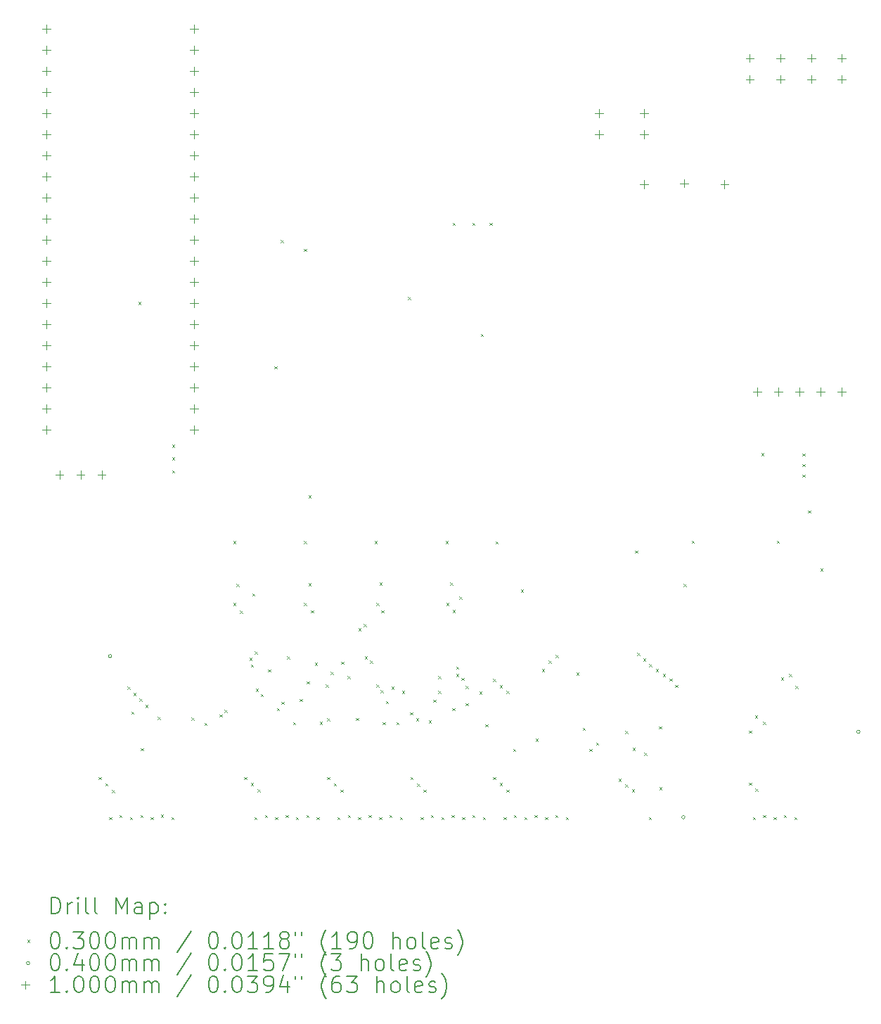
<source format=gbr>
%FSLAX45Y45*%
G04 Gerber Fmt 4.5, Leading zero omitted, Abs format (unit mm)*
G04 Created by KiCad (PCBNEW (6.0.6)) date 2022-08-18 11:59:36*
%MOMM*%
%LPD*%
G01*
G04 APERTURE LIST*
%ADD10C,0.200000*%
%ADD11C,0.030000*%
%ADD12C,0.040000*%
%ADD13C,0.100000*%
G04 APERTURE END LIST*
D10*
D11*
X9450000Y-12053000D02*
X9480000Y-12083000D01*
X9480000Y-12053000D02*
X9450000Y-12083000D01*
X9530000Y-12131000D02*
X9560000Y-12161000D01*
X9560000Y-12131000D02*
X9530000Y-12161000D01*
X9578000Y-12536000D02*
X9608000Y-12566000D01*
X9608000Y-12536000D02*
X9578000Y-12566000D01*
X9610000Y-12210000D02*
X9640000Y-12240000D01*
X9640000Y-12210000D02*
X9610000Y-12240000D01*
X9702000Y-12510000D02*
X9732000Y-12540000D01*
X9732000Y-12510000D02*
X9702000Y-12540000D01*
X9797679Y-10968334D02*
X9827679Y-10998334D01*
X9827679Y-10968334D02*
X9797679Y-10998334D01*
X9827000Y-12536000D02*
X9857000Y-12566000D01*
X9857000Y-12536000D02*
X9827000Y-12566000D01*
X9846431Y-11265569D02*
X9876431Y-11295569D01*
X9876431Y-11265569D02*
X9846431Y-11295569D01*
X9868922Y-11040784D02*
X9898922Y-11070784D01*
X9898922Y-11040784D02*
X9868922Y-11070784D01*
X9931000Y-6333000D02*
X9961000Y-6363000D01*
X9961000Y-6333000D02*
X9931000Y-6363000D01*
X9940344Y-11112206D02*
X9970344Y-11142206D01*
X9970344Y-11112206D02*
X9940344Y-11142206D01*
X9954000Y-12510000D02*
X9984000Y-12540000D01*
X9984000Y-12510000D02*
X9954000Y-12540000D01*
X9959000Y-11708000D02*
X9989000Y-11738000D01*
X9989000Y-11708000D02*
X9959000Y-11738000D01*
X10013069Y-11184931D02*
X10043069Y-11214931D01*
X10043069Y-11184931D02*
X10013069Y-11214931D01*
X10077000Y-12536000D02*
X10107000Y-12566000D01*
X10107000Y-12536000D02*
X10077000Y-12566000D01*
X10160569Y-11332431D02*
X10190569Y-11362431D01*
X10190569Y-11332431D02*
X10160569Y-11362431D01*
X10202000Y-12509000D02*
X10232000Y-12539000D01*
X10232000Y-12509000D02*
X10202000Y-12539000D01*
X10327000Y-12536000D02*
X10357000Y-12566000D01*
X10357000Y-12536000D02*
X10327000Y-12566000D01*
X10336600Y-8052087D02*
X10366600Y-8082087D01*
X10366600Y-8052087D02*
X10336600Y-8082087D01*
X10336600Y-8207000D02*
X10366600Y-8237000D01*
X10366600Y-8207000D02*
X10336600Y-8237000D01*
X10336600Y-8362000D02*
X10366600Y-8392000D01*
X10366600Y-8362000D02*
X10336600Y-8392000D01*
X10570000Y-11341000D02*
X10600000Y-11371000D01*
X10600000Y-11341000D02*
X10570000Y-11371000D01*
X10727000Y-11402450D02*
X10757000Y-11432450D01*
X10757000Y-11402450D02*
X10727000Y-11432450D01*
X10906760Y-11299398D02*
X10936760Y-11329398D01*
X10936760Y-11299398D02*
X10906760Y-11329398D01*
X10968000Y-11248000D02*
X10998000Y-11278000D01*
X10998000Y-11248000D02*
X10968000Y-11278000D01*
X11073000Y-9215000D02*
X11103000Y-9245000D01*
X11103000Y-9215000D02*
X11073000Y-9245000D01*
X11073000Y-9959000D02*
X11103000Y-9989000D01*
X11103000Y-9959000D02*
X11073000Y-9989000D01*
X11111270Y-9730270D02*
X11141270Y-9760270D01*
X11141270Y-9730270D02*
X11111270Y-9760270D01*
X11152000Y-10050000D02*
X11182000Y-10080000D01*
X11182000Y-10050000D02*
X11152000Y-10080000D01*
X11203000Y-12055000D02*
X11233000Y-12085000D01*
X11233000Y-12055000D02*
X11203000Y-12085000D01*
X11269000Y-10618000D02*
X11299000Y-10648000D01*
X11299000Y-10618000D02*
X11269000Y-10648000D01*
X11283000Y-10699000D02*
X11313000Y-10729000D01*
X11313000Y-10699000D02*
X11283000Y-10729000D01*
X11283000Y-12128000D02*
X11313000Y-12158000D01*
X11313000Y-12128000D02*
X11283000Y-12158000D01*
X11301000Y-9844000D02*
X11331000Y-9874000D01*
X11331000Y-9844000D02*
X11301000Y-9874000D01*
X11327459Y-12536932D02*
X11357459Y-12566932D01*
X11357459Y-12536932D02*
X11327459Y-12566932D01*
X11333000Y-10544000D02*
X11363000Y-10574000D01*
X11363000Y-10544000D02*
X11333000Y-10574000D01*
X11342950Y-10992091D02*
X11372950Y-11022091D01*
X11372950Y-10992091D02*
X11342950Y-11022091D01*
X11363000Y-12201000D02*
X11393000Y-12231000D01*
X11393000Y-12201000D02*
X11363000Y-12231000D01*
X11403000Y-11054000D02*
X11433000Y-11084000D01*
X11433000Y-11054000D02*
X11403000Y-11084000D01*
X11452000Y-12510000D02*
X11482000Y-12540000D01*
X11482000Y-12510000D02*
X11452000Y-12540000D01*
X11491231Y-10758950D02*
X11521231Y-10788950D01*
X11521231Y-10758950D02*
X11491231Y-10788950D01*
X11568000Y-7110000D02*
X11598000Y-7140000D01*
X11598000Y-7110000D02*
X11568000Y-7140000D01*
X11577522Y-12536740D02*
X11607522Y-12566740D01*
X11607522Y-12536740D02*
X11577522Y-12566740D01*
X11596259Y-11224050D02*
X11626259Y-11254050D01*
X11626259Y-11224050D02*
X11596259Y-11254050D01*
X11644000Y-5592000D02*
X11674000Y-5622000D01*
X11674000Y-5592000D02*
X11644000Y-5622000D01*
X11652550Y-11149000D02*
X11682550Y-11179000D01*
X11682550Y-11149000D02*
X11652550Y-11179000D01*
X11702000Y-12510000D02*
X11732000Y-12540000D01*
X11732000Y-12510000D02*
X11702000Y-12540000D01*
X11722244Y-10602055D02*
X11752244Y-10632055D01*
X11752244Y-10602055D02*
X11722244Y-10632055D01*
X11793000Y-11393000D02*
X11823000Y-11423000D01*
X11823000Y-11393000D02*
X11793000Y-11423000D01*
X11827458Y-12536740D02*
X11857458Y-12566740D01*
X11857458Y-12536740D02*
X11827458Y-12566740D01*
X11873000Y-11115950D02*
X11903000Y-11145950D01*
X11903000Y-11115950D02*
X11873000Y-11145950D01*
X11922000Y-5697000D02*
X11952000Y-5727000D01*
X11952000Y-5697000D02*
X11922000Y-5727000D01*
X11925000Y-9215000D02*
X11955000Y-9245000D01*
X11955000Y-9215000D02*
X11925000Y-9245000D01*
X11925000Y-9959000D02*
X11955000Y-9989000D01*
X11955000Y-9959000D02*
X11925000Y-9989000D01*
X11952000Y-12510000D02*
X11982000Y-12540000D01*
X11982000Y-12510000D02*
X11952000Y-12540000D01*
X11959000Y-10902000D02*
X11989000Y-10932000D01*
X11989000Y-10902000D02*
X11959000Y-10932000D01*
X11977000Y-8665000D02*
X12007000Y-8695000D01*
X12007000Y-8665000D02*
X11977000Y-8695000D01*
X11977000Y-9724000D02*
X12007000Y-9754000D01*
X12007000Y-9724000D02*
X11977000Y-9754000D01*
X12010000Y-10046000D02*
X12040000Y-10076000D01*
X12040000Y-10046000D02*
X12010000Y-10076000D01*
X12054000Y-10677000D02*
X12084000Y-10707000D01*
X12084000Y-10677000D02*
X12054000Y-10707000D01*
X12077394Y-12536740D02*
X12107394Y-12566740D01*
X12107394Y-12536740D02*
X12077394Y-12566740D01*
X12115000Y-11392000D02*
X12145000Y-11422000D01*
X12145000Y-11392000D02*
X12115000Y-11422000D01*
X12185000Y-10940000D02*
X12215000Y-10970000D01*
X12215000Y-10940000D02*
X12185000Y-10970000D01*
X12204000Y-11346000D02*
X12234000Y-11376000D01*
X12234000Y-11346000D02*
X12204000Y-11376000D01*
X12205000Y-12054000D02*
X12235000Y-12084000D01*
X12235000Y-12054000D02*
X12205000Y-12084000D01*
X12244117Y-10788139D02*
X12274117Y-10818139D01*
X12274117Y-10788139D02*
X12244117Y-10818139D01*
X12285000Y-12132000D02*
X12315000Y-12162000D01*
X12315000Y-12132000D02*
X12285000Y-12162000D01*
X12327457Y-12536932D02*
X12357457Y-12566932D01*
X12357457Y-12536932D02*
X12327457Y-12566932D01*
X12365000Y-12205000D02*
X12395000Y-12235000D01*
X12395000Y-12205000D02*
X12365000Y-12235000D01*
X12374000Y-10667000D02*
X12404000Y-10697000D01*
X12404000Y-10667000D02*
X12374000Y-10697000D01*
X12446498Y-10839950D02*
X12476498Y-10869950D01*
X12476498Y-10839950D02*
X12446498Y-10869950D01*
X12453000Y-12510000D02*
X12483000Y-12540000D01*
X12483000Y-12510000D02*
X12453000Y-12540000D01*
X12549000Y-11344000D02*
X12579000Y-11374000D01*
X12579000Y-11344000D02*
X12549000Y-11374000D01*
X12577520Y-12536740D02*
X12607520Y-12566740D01*
X12607520Y-12536740D02*
X12577520Y-12566740D01*
X12580762Y-10265761D02*
X12610762Y-10295761D01*
X12610762Y-10265761D02*
X12580762Y-10295761D01*
X12642000Y-10211000D02*
X12672000Y-10241000D01*
X12672000Y-10211000D02*
X12642000Y-10241000D01*
X12656582Y-10600638D02*
X12686582Y-10630638D01*
X12686582Y-10600638D02*
X12656582Y-10630638D01*
X12702000Y-12510000D02*
X12732000Y-12540000D01*
X12732000Y-12510000D02*
X12702000Y-12540000D01*
X12717000Y-10653000D02*
X12747000Y-10683000D01*
X12747000Y-10653000D02*
X12717000Y-10683000D01*
X12776000Y-9215000D02*
X12806000Y-9245000D01*
X12806000Y-9215000D02*
X12776000Y-9245000D01*
X12794000Y-10942000D02*
X12824000Y-10972000D01*
X12824000Y-10942000D02*
X12794000Y-10972000D01*
X12795783Y-9960190D02*
X12825783Y-9990190D01*
X12825783Y-9960190D02*
X12795783Y-9990190D01*
X12827456Y-12536740D02*
X12857456Y-12566740D01*
X12857456Y-12536740D02*
X12827456Y-12566740D01*
X12833383Y-9715083D02*
X12863383Y-9745083D01*
X12863383Y-9715083D02*
X12833383Y-9745083D01*
X12844833Y-11009050D02*
X12874833Y-11039050D01*
X12874833Y-11009050D02*
X12844833Y-11039050D01*
X12853000Y-10047000D02*
X12883000Y-10077000D01*
X12883000Y-10047000D02*
X12853000Y-10077000D01*
X12873000Y-11394000D02*
X12903000Y-11424000D01*
X12903000Y-11394000D02*
X12873000Y-11424000D01*
X12909215Y-11140150D02*
X12939215Y-11170150D01*
X12939215Y-11140150D02*
X12909215Y-11170150D01*
X12952000Y-12510000D02*
X12982000Y-12540000D01*
X12982000Y-12510000D02*
X12952000Y-12540000D01*
X12976050Y-10964993D02*
X13006050Y-10994993D01*
X13006050Y-10964993D02*
X12976050Y-10994993D01*
X13036000Y-11394000D02*
X13066000Y-11424000D01*
X13066000Y-11394000D02*
X13036000Y-11424000D01*
X13077392Y-12536740D02*
X13107392Y-12566740D01*
X13107392Y-12536740D02*
X13077392Y-12566740D01*
X13103000Y-11017000D02*
X13133000Y-11047000D01*
X13133000Y-11017000D02*
X13103000Y-11047000D01*
X13176000Y-6275000D02*
X13206000Y-6305000D01*
X13206000Y-6275000D02*
X13176000Y-6305000D01*
X13203000Y-11274100D02*
X13233000Y-11304100D01*
X13233000Y-11274100D02*
X13203000Y-11304100D01*
X13205000Y-12055000D02*
X13235000Y-12085000D01*
X13235000Y-12055000D02*
X13205000Y-12085000D01*
X13273000Y-11347000D02*
X13303000Y-11377000D01*
X13303000Y-11347000D02*
X13273000Y-11377000D01*
X13285000Y-12133000D02*
X13315000Y-12163000D01*
X13315000Y-12133000D02*
X13285000Y-12163000D01*
X13327455Y-12536932D02*
X13357455Y-12566932D01*
X13357455Y-12536932D02*
X13327455Y-12566932D01*
X13365000Y-12207000D02*
X13395000Y-12237000D01*
X13395000Y-12207000D02*
X13365000Y-12237000D01*
X13425000Y-11374000D02*
X13455000Y-11404000D01*
X13455000Y-11374000D02*
X13425000Y-11404000D01*
X13452000Y-12510000D02*
X13482000Y-12540000D01*
X13482000Y-12510000D02*
X13452000Y-12540000D01*
X13480929Y-11123573D02*
X13510929Y-11153573D01*
X13510929Y-11123573D02*
X13480929Y-11153573D01*
X13540850Y-10839950D02*
X13570850Y-10869950D01*
X13570850Y-10839950D02*
X13540850Y-10869950D01*
X13542110Y-11015950D02*
X13572110Y-11045950D01*
X13572110Y-11015950D02*
X13542110Y-11045950D01*
X13577518Y-12536740D02*
X13607518Y-12566740D01*
X13607518Y-12536740D02*
X13577518Y-12566740D01*
X13628000Y-9215000D02*
X13658000Y-9245000D01*
X13658000Y-9215000D02*
X13628000Y-9245000D01*
X13636000Y-9959000D02*
X13666000Y-9989000D01*
X13666000Y-9959000D02*
X13636000Y-9989000D01*
X13684751Y-9714789D02*
X13714751Y-9744789D01*
X13714751Y-9714789D02*
X13684751Y-9744789D01*
X13702000Y-12510000D02*
X13732000Y-12540000D01*
X13732000Y-12510000D02*
X13702000Y-12540000D01*
X13708000Y-11225000D02*
X13738000Y-11255000D01*
X13738000Y-11225000D02*
X13708000Y-11255000D01*
X13714350Y-5381050D02*
X13744350Y-5411050D01*
X13744350Y-5381050D02*
X13714350Y-5411050D01*
X13715000Y-10045000D02*
X13745000Y-10075000D01*
X13745000Y-10045000D02*
X13715000Y-10075000D01*
X13755000Y-10727000D02*
X13785000Y-10757000D01*
X13785000Y-10727000D02*
X13755000Y-10757000D01*
X13755560Y-10813677D02*
X13785560Y-10843677D01*
X13785560Y-10813677D02*
X13755560Y-10843677D01*
X13794000Y-9881000D02*
X13824000Y-9911000D01*
X13824000Y-9881000D02*
X13794000Y-9911000D01*
X13820000Y-10861000D02*
X13850000Y-10891000D01*
X13850000Y-10861000D02*
X13820000Y-10891000D01*
X13827454Y-12536740D02*
X13857454Y-12566740D01*
X13857454Y-12536740D02*
X13827454Y-12566740D01*
X13872000Y-10956000D02*
X13902000Y-10986000D01*
X13902000Y-10956000D02*
X13872000Y-10986000D01*
X13872000Y-11166000D02*
X13902000Y-11196000D01*
X13902000Y-11166000D02*
X13872000Y-11196000D01*
X13951568Y-5381050D02*
X13981568Y-5411050D01*
X13981568Y-5381050D02*
X13951568Y-5411050D01*
X13952000Y-12510000D02*
X13982000Y-12540000D01*
X13982000Y-12510000D02*
X13952000Y-12540000D01*
X14036000Y-11024000D02*
X14066000Y-11054000D01*
X14066000Y-11024000D02*
X14036000Y-11054000D01*
X14054000Y-6719000D02*
X14084000Y-6749000D01*
X14084000Y-6719000D02*
X14054000Y-6749000D01*
X14077517Y-12536932D02*
X14107517Y-12566932D01*
X14107517Y-12536932D02*
X14077517Y-12566932D01*
X14109000Y-11418050D02*
X14139000Y-11448050D01*
X14139000Y-11418050D02*
X14109000Y-11448050D01*
X14160000Y-5381000D02*
X14190000Y-5411000D01*
X14190000Y-5381000D02*
X14160000Y-5411000D01*
X14203000Y-10872000D02*
X14233000Y-10902000D01*
X14233000Y-10872000D02*
X14203000Y-10902000D01*
X14203000Y-12055000D02*
X14233000Y-12085000D01*
X14233000Y-12055000D02*
X14203000Y-12085000D01*
X14232000Y-9218000D02*
X14262000Y-9248000D01*
X14262000Y-9218000D02*
X14232000Y-9248000D01*
X14282000Y-10950000D02*
X14312000Y-10980000D01*
X14312000Y-10950000D02*
X14282000Y-10980000D01*
X14283000Y-12128000D02*
X14313000Y-12158000D01*
X14313000Y-12128000D02*
X14283000Y-12158000D01*
X14327580Y-12536740D02*
X14357580Y-12566740D01*
X14357580Y-12536740D02*
X14327580Y-12566740D01*
X14362000Y-11015000D02*
X14392000Y-11045000D01*
X14392000Y-11015000D02*
X14362000Y-11045000D01*
X14363000Y-12206000D02*
X14393000Y-12236000D01*
X14393000Y-12206000D02*
X14363000Y-12236000D01*
X14442000Y-11715000D02*
X14472000Y-11745000D01*
X14472000Y-11715000D02*
X14442000Y-11745000D01*
X14452000Y-12510000D02*
X14482000Y-12540000D01*
X14482000Y-12510000D02*
X14452000Y-12540000D01*
X14534000Y-9797000D02*
X14564000Y-9827000D01*
X14564000Y-9797000D02*
X14534000Y-9827000D01*
X14577516Y-12536740D02*
X14607516Y-12566740D01*
X14607516Y-12536740D02*
X14577516Y-12566740D01*
X14702000Y-12510000D02*
X14732000Y-12540000D01*
X14732000Y-12510000D02*
X14702000Y-12540000D01*
X14712000Y-11593800D02*
X14742000Y-11623800D01*
X14742000Y-11593800D02*
X14712000Y-11623800D01*
X14791000Y-10757000D02*
X14821000Y-10787000D01*
X14821000Y-10757000D02*
X14791000Y-10787000D01*
X14827452Y-12536740D02*
X14857452Y-12566740D01*
X14857452Y-12536740D02*
X14827452Y-12566740D01*
X14871482Y-10653550D02*
X14901482Y-10683550D01*
X14901482Y-10653550D02*
X14871482Y-10683550D01*
X14952000Y-12510000D02*
X14982000Y-12540000D01*
X14982000Y-12510000D02*
X14952000Y-12540000D01*
X14954000Y-10587550D02*
X14984000Y-10617550D01*
X14984000Y-10587550D02*
X14954000Y-10617550D01*
X15077515Y-12536932D02*
X15107515Y-12566932D01*
X15107515Y-12536932D02*
X15077515Y-12566932D01*
X15206000Y-10799000D02*
X15236000Y-10829000D01*
X15236000Y-10799000D02*
X15206000Y-10829000D01*
X15281000Y-11463000D02*
X15311000Y-11493000D01*
X15311000Y-11463000D02*
X15281000Y-11493000D01*
X15362000Y-11716000D02*
X15392000Y-11746000D01*
X15392000Y-11716000D02*
X15362000Y-11746000D01*
X15443000Y-11641000D02*
X15473000Y-11671000D01*
X15473000Y-11641000D02*
X15443000Y-11671000D01*
X15712000Y-12076000D02*
X15742000Y-12106000D01*
X15742000Y-12076000D02*
X15712000Y-12106000D01*
X15792000Y-11502000D02*
X15822000Y-11532000D01*
X15822000Y-11502000D02*
X15792000Y-11532000D01*
X15792000Y-12141000D02*
X15822000Y-12171000D01*
X15822000Y-12141000D02*
X15792000Y-12171000D01*
X15872000Y-12202000D02*
X15902000Y-12232000D01*
X15902000Y-12202000D02*
X15872000Y-12232000D01*
X15881000Y-11703000D02*
X15911000Y-11733000D01*
X15911000Y-11703000D02*
X15881000Y-11733000D01*
X15912000Y-9328000D02*
X15942000Y-9358000D01*
X15942000Y-9328000D02*
X15912000Y-9358000D01*
X15936937Y-10558951D02*
X15966937Y-10588951D01*
X15966937Y-10558951D02*
X15936937Y-10588951D01*
X16008072Y-10629165D02*
X16038072Y-10659165D01*
X16038072Y-10629165D02*
X16008072Y-10659165D01*
X16021000Y-11762950D02*
X16051000Y-11792950D01*
X16051000Y-11762950D02*
X16021000Y-11792950D01*
X16077513Y-12536932D02*
X16107513Y-12566932D01*
X16107513Y-12536932D02*
X16077513Y-12566932D01*
X16081862Y-10696582D02*
X16111862Y-10726582D01*
X16111862Y-10696582D02*
X16081862Y-10726582D01*
X16162364Y-10755824D02*
X16192364Y-10785824D01*
X16192364Y-10755824D02*
X16162364Y-10785824D01*
X16201000Y-11446000D02*
X16231000Y-11476000D01*
X16231000Y-11446000D02*
X16201000Y-11476000D01*
X16203000Y-12179000D02*
X16233000Y-12209000D01*
X16233000Y-12179000D02*
X16203000Y-12209000D01*
X16244883Y-10812221D02*
X16274883Y-10842221D01*
X16274883Y-10812221D02*
X16244883Y-10842221D01*
X16326050Y-10870547D02*
X16356050Y-10900547D01*
X16356050Y-10870547D02*
X16326050Y-10900547D01*
X16393000Y-10945000D02*
X16423000Y-10975000D01*
X16423000Y-10945000D02*
X16393000Y-10975000D01*
X16496000Y-9730000D02*
X16526000Y-9760000D01*
X16526000Y-9730000D02*
X16496000Y-9760000D01*
X16593500Y-9210000D02*
X16623500Y-9240000D01*
X16623500Y-9210000D02*
X16593500Y-9240000D01*
X17282000Y-11495000D02*
X17312000Y-11525000D01*
X17312000Y-11495000D02*
X17282000Y-11525000D01*
X17283000Y-12120450D02*
X17313000Y-12150450D01*
X17313000Y-12120450D02*
X17283000Y-12150450D01*
X17327574Y-12536740D02*
X17357574Y-12566740D01*
X17357574Y-12536740D02*
X17327574Y-12566740D01*
X17354848Y-11315572D02*
X17384848Y-11345572D01*
X17384848Y-11315572D02*
X17354848Y-11345572D01*
X17361000Y-12192900D02*
X17391000Y-12222900D01*
X17391000Y-12192900D02*
X17361000Y-12222900D01*
X17431000Y-8157000D02*
X17461000Y-8187000D01*
X17461000Y-8157000D02*
X17431000Y-8187000D01*
X17452000Y-12510000D02*
X17482000Y-12540000D01*
X17482000Y-12510000D02*
X17452000Y-12540000D01*
X17453532Y-11388022D02*
X17483532Y-11418022D01*
X17483532Y-11388022D02*
X17453532Y-11418022D01*
X17577510Y-12536740D02*
X17607510Y-12566740D01*
X17607510Y-12536740D02*
X17577510Y-12566740D01*
X17619000Y-9210000D02*
X17649000Y-9240000D01*
X17649000Y-9210000D02*
X17619000Y-9240000D01*
X17668000Y-10857000D02*
X17698000Y-10887000D01*
X17698000Y-10857000D02*
X17668000Y-10887000D01*
X17702000Y-12510000D02*
X17732000Y-12540000D01*
X17732000Y-12510000D02*
X17702000Y-12540000D01*
X17765000Y-10813000D02*
X17795000Y-10843000D01*
X17795000Y-10813000D02*
X17765000Y-10843000D01*
X17827446Y-12536740D02*
X17857446Y-12566740D01*
X17857446Y-12536740D02*
X17827446Y-12566740D01*
X17841000Y-10958000D02*
X17871000Y-10988000D01*
X17871000Y-10958000D02*
X17841000Y-10988000D01*
X17926000Y-8159000D02*
X17956000Y-8189000D01*
X17956000Y-8159000D02*
X17926000Y-8189000D01*
X17926000Y-8285000D02*
X17956000Y-8315000D01*
X17956000Y-8285000D02*
X17926000Y-8315000D01*
X17927000Y-8412000D02*
X17957000Y-8442000D01*
X17957000Y-8412000D02*
X17927000Y-8442000D01*
X17995000Y-8844000D02*
X18025000Y-8874000D01*
X18025000Y-8844000D02*
X17995000Y-8874000D01*
X18141000Y-9543000D02*
X18171000Y-9573000D01*
X18171000Y-9543000D02*
X18141000Y-9573000D01*
D12*
X9610000Y-10600000D02*
G75*
G03*
X9610000Y-10600000I-20000J0D01*
G01*
X16512436Y-12538436D02*
G75*
G03*
X16512436Y-12538436I-20000J0D01*
G01*
X18620000Y-11512000D02*
G75*
G03*
X18620000Y-11512000I-20000J0D01*
G01*
D13*
X8825000Y-2996000D02*
X8825000Y-3096000D01*
X8775000Y-3046000D02*
X8875000Y-3046000D01*
X8825000Y-3250000D02*
X8825000Y-3350000D01*
X8775000Y-3300000D02*
X8875000Y-3300000D01*
X8825000Y-3504000D02*
X8825000Y-3604000D01*
X8775000Y-3554000D02*
X8875000Y-3554000D01*
X8825000Y-3758000D02*
X8825000Y-3858000D01*
X8775000Y-3808000D02*
X8875000Y-3808000D01*
X8825000Y-4012000D02*
X8825000Y-4112000D01*
X8775000Y-4062000D02*
X8875000Y-4062000D01*
X8825000Y-4266000D02*
X8825000Y-4366000D01*
X8775000Y-4316000D02*
X8875000Y-4316000D01*
X8825000Y-4520000D02*
X8825000Y-4620000D01*
X8775000Y-4570000D02*
X8875000Y-4570000D01*
X8825000Y-4774000D02*
X8825000Y-4874000D01*
X8775000Y-4824000D02*
X8875000Y-4824000D01*
X8825000Y-5028000D02*
X8825000Y-5128000D01*
X8775000Y-5078000D02*
X8875000Y-5078000D01*
X8825000Y-5282000D02*
X8825000Y-5382000D01*
X8775000Y-5332000D02*
X8875000Y-5332000D01*
X8825000Y-5536000D02*
X8825000Y-5636000D01*
X8775000Y-5586000D02*
X8875000Y-5586000D01*
X8825000Y-5790000D02*
X8825000Y-5890000D01*
X8775000Y-5840000D02*
X8875000Y-5840000D01*
X8825000Y-6044000D02*
X8825000Y-6144000D01*
X8775000Y-6094000D02*
X8875000Y-6094000D01*
X8825000Y-6298000D02*
X8825000Y-6398000D01*
X8775000Y-6348000D02*
X8875000Y-6348000D01*
X8825000Y-6552000D02*
X8825000Y-6652000D01*
X8775000Y-6602000D02*
X8875000Y-6602000D01*
X8825000Y-6806000D02*
X8825000Y-6906000D01*
X8775000Y-6856000D02*
X8875000Y-6856000D01*
X8825000Y-7060000D02*
X8825000Y-7160000D01*
X8775000Y-7110000D02*
X8875000Y-7110000D01*
X8825000Y-7314000D02*
X8825000Y-7414000D01*
X8775000Y-7364000D02*
X8875000Y-7364000D01*
X8825000Y-7568000D02*
X8825000Y-7668000D01*
X8775000Y-7618000D02*
X8875000Y-7618000D01*
X8825000Y-7822000D02*
X8825000Y-7922000D01*
X8775000Y-7872000D02*
X8875000Y-7872000D01*
X8979500Y-8364000D02*
X8979500Y-8464000D01*
X8929500Y-8414000D02*
X9029500Y-8414000D01*
X9233500Y-8364000D02*
X9233500Y-8464000D01*
X9183500Y-8414000D02*
X9283500Y-8414000D01*
X9487500Y-8364000D02*
X9487500Y-8464000D01*
X9437500Y-8414000D02*
X9537500Y-8414000D01*
X10603000Y-2996000D02*
X10603000Y-3096000D01*
X10553000Y-3046000D02*
X10653000Y-3046000D01*
X10603000Y-3250000D02*
X10603000Y-3350000D01*
X10553000Y-3300000D02*
X10653000Y-3300000D01*
X10603000Y-3504000D02*
X10603000Y-3604000D01*
X10553000Y-3554000D02*
X10653000Y-3554000D01*
X10603000Y-3758000D02*
X10603000Y-3858000D01*
X10553000Y-3808000D02*
X10653000Y-3808000D01*
X10603000Y-4012000D02*
X10603000Y-4112000D01*
X10553000Y-4062000D02*
X10653000Y-4062000D01*
X10603000Y-4266000D02*
X10603000Y-4366000D01*
X10553000Y-4316000D02*
X10653000Y-4316000D01*
X10603000Y-4520000D02*
X10603000Y-4620000D01*
X10553000Y-4570000D02*
X10653000Y-4570000D01*
X10603000Y-4774000D02*
X10603000Y-4874000D01*
X10553000Y-4824000D02*
X10653000Y-4824000D01*
X10603000Y-5028000D02*
X10603000Y-5128000D01*
X10553000Y-5078000D02*
X10653000Y-5078000D01*
X10603000Y-5282000D02*
X10603000Y-5382000D01*
X10553000Y-5332000D02*
X10653000Y-5332000D01*
X10603000Y-5536000D02*
X10603000Y-5636000D01*
X10553000Y-5586000D02*
X10653000Y-5586000D01*
X10603000Y-5790000D02*
X10603000Y-5890000D01*
X10553000Y-5840000D02*
X10653000Y-5840000D01*
X10603000Y-6044000D02*
X10603000Y-6144000D01*
X10553000Y-6094000D02*
X10653000Y-6094000D01*
X10603000Y-6298000D02*
X10603000Y-6398000D01*
X10553000Y-6348000D02*
X10653000Y-6348000D01*
X10603000Y-6552000D02*
X10603000Y-6652000D01*
X10553000Y-6602000D02*
X10653000Y-6602000D01*
X10603000Y-6806000D02*
X10603000Y-6906000D01*
X10553000Y-6856000D02*
X10653000Y-6856000D01*
X10603000Y-7060000D02*
X10603000Y-7160000D01*
X10553000Y-7110000D02*
X10653000Y-7110000D01*
X10603000Y-7314000D02*
X10603000Y-7414000D01*
X10553000Y-7364000D02*
X10653000Y-7364000D01*
X10603000Y-7568000D02*
X10603000Y-7668000D01*
X10553000Y-7618000D02*
X10653000Y-7618000D01*
X10603000Y-7822000D02*
X10603000Y-7922000D01*
X10553000Y-7872000D02*
X10653000Y-7872000D01*
X15476000Y-4011000D02*
X15476000Y-4111000D01*
X15426000Y-4061000D02*
X15526000Y-4061000D01*
X15476000Y-4265000D02*
X15476000Y-4365000D01*
X15426000Y-4315000D02*
X15526000Y-4315000D01*
X16022000Y-4011000D02*
X16022000Y-4111000D01*
X15972000Y-4061000D02*
X16072000Y-4061000D01*
X16022000Y-4265000D02*
X16022000Y-4365000D01*
X15972000Y-4315000D02*
X16072000Y-4315000D01*
X16022000Y-4870000D02*
X16022000Y-4970000D01*
X15972000Y-4920000D02*
X16072000Y-4920000D01*
X16505000Y-4857000D02*
X16505000Y-4957000D01*
X16455000Y-4907000D02*
X16555000Y-4907000D01*
X16988000Y-4870000D02*
X16988000Y-4970000D01*
X16938000Y-4920000D02*
X17038000Y-4920000D01*
X17293000Y-3350000D02*
X17293000Y-3450000D01*
X17243000Y-3400000D02*
X17343000Y-3400000D01*
X17293000Y-3604000D02*
X17293000Y-3704000D01*
X17243000Y-3654000D02*
X17343000Y-3654000D01*
X17383000Y-7364000D02*
X17383000Y-7464000D01*
X17333000Y-7414000D02*
X17433000Y-7414000D01*
X17637000Y-7364000D02*
X17637000Y-7464000D01*
X17587000Y-7414000D02*
X17687000Y-7414000D01*
X17662500Y-3350000D02*
X17662500Y-3450000D01*
X17612500Y-3400000D02*
X17712500Y-3400000D01*
X17662500Y-3604000D02*
X17662500Y-3704000D01*
X17612500Y-3654000D02*
X17712500Y-3654000D01*
X17891000Y-7364000D02*
X17891000Y-7464000D01*
X17841000Y-7414000D02*
X17941000Y-7414000D01*
X18032000Y-3350000D02*
X18032000Y-3450000D01*
X17982000Y-3400000D02*
X18082000Y-3400000D01*
X18032000Y-3604000D02*
X18032000Y-3704000D01*
X17982000Y-3654000D02*
X18082000Y-3654000D01*
X18145000Y-7364000D02*
X18145000Y-7464000D01*
X18095000Y-7414000D02*
X18195000Y-7414000D01*
X18399000Y-7364000D02*
X18399000Y-7464000D01*
X18349000Y-7414000D02*
X18449000Y-7414000D01*
X18400000Y-3350000D02*
X18400000Y-3450000D01*
X18350000Y-3400000D02*
X18450000Y-3400000D01*
X18400000Y-3604000D02*
X18400000Y-3704000D01*
X18350000Y-3654000D02*
X18450000Y-3654000D01*
D10*
X8879175Y-13700606D02*
X8879175Y-13500606D01*
X8926794Y-13500606D01*
X8955366Y-13510130D01*
X8974413Y-13529178D01*
X8983937Y-13548225D01*
X8993461Y-13586320D01*
X8993461Y-13614892D01*
X8983937Y-13652987D01*
X8974413Y-13672035D01*
X8955366Y-13691082D01*
X8926794Y-13700606D01*
X8879175Y-13700606D01*
X9079175Y-13700606D02*
X9079175Y-13567273D01*
X9079175Y-13605368D02*
X9088699Y-13586320D01*
X9098223Y-13576797D01*
X9117270Y-13567273D01*
X9136318Y-13567273D01*
X9202985Y-13700606D02*
X9202985Y-13567273D01*
X9202985Y-13500606D02*
X9193461Y-13510130D01*
X9202985Y-13519654D01*
X9212508Y-13510130D01*
X9202985Y-13500606D01*
X9202985Y-13519654D01*
X9326794Y-13700606D02*
X9307746Y-13691082D01*
X9298223Y-13672035D01*
X9298223Y-13500606D01*
X9431556Y-13700606D02*
X9412508Y-13691082D01*
X9402985Y-13672035D01*
X9402985Y-13500606D01*
X9660127Y-13700606D02*
X9660127Y-13500606D01*
X9726794Y-13643463D01*
X9793461Y-13500606D01*
X9793461Y-13700606D01*
X9974413Y-13700606D02*
X9974413Y-13595844D01*
X9964889Y-13576797D01*
X9945842Y-13567273D01*
X9907746Y-13567273D01*
X9888699Y-13576797D01*
X9974413Y-13691082D02*
X9955366Y-13700606D01*
X9907746Y-13700606D01*
X9888699Y-13691082D01*
X9879175Y-13672035D01*
X9879175Y-13652987D01*
X9888699Y-13633939D01*
X9907746Y-13624416D01*
X9955366Y-13624416D01*
X9974413Y-13614892D01*
X10069651Y-13567273D02*
X10069651Y-13767273D01*
X10069651Y-13576797D02*
X10088699Y-13567273D01*
X10126794Y-13567273D01*
X10145842Y-13576797D01*
X10155366Y-13586320D01*
X10164889Y-13605368D01*
X10164889Y-13662511D01*
X10155366Y-13681558D01*
X10145842Y-13691082D01*
X10126794Y-13700606D01*
X10088699Y-13700606D01*
X10069651Y-13691082D01*
X10250604Y-13681558D02*
X10260127Y-13691082D01*
X10250604Y-13700606D01*
X10241080Y-13691082D01*
X10250604Y-13681558D01*
X10250604Y-13700606D01*
X10250604Y-13576797D02*
X10260127Y-13586320D01*
X10250604Y-13595844D01*
X10241080Y-13586320D01*
X10250604Y-13576797D01*
X10250604Y-13595844D01*
D11*
X8591556Y-14015130D02*
X8621556Y-14045130D01*
X8621556Y-14015130D02*
X8591556Y-14045130D01*
D10*
X8917270Y-13920606D02*
X8936318Y-13920606D01*
X8955366Y-13930130D01*
X8964889Y-13939654D01*
X8974413Y-13958701D01*
X8983937Y-13996797D01*
X8983937Y-14044416D01*
X8974413Y-14082511D01*
X8964889Y-14101558D01*
X8955366Y-14111082D01*
X8936318Y-14120606D01*
X8917270Y-14120606D01*
X8898223Y-14111082D01*
X8888699Y-14101558D01*
X8879175Y-14082511D01*
X8869651Y-14044416D01*
X8869651Y-13996797D01*
X8879175Y-13958701D01*
X8888699Y-13939654D01*
X8898223Y-13930130D01*
X8917270Y-13920606D01*
X9069651Y-14101558D02*
X9079175Y-14111082D01*
X9069651Y-14120606D01*
X9060127Y-14111082D01*
X9069651Y-14101558D01*
X9069651Y-14120606D01*
X9145842Y-13920606D02*
X9269651Y-13920606D01*
X9202985Y-13996797D01*
X9231556Y-13996797D01*
X9250604Y-14006320D01*
X9260127Y-14015844D01*
X9269651Y-14034892D01*
X9269651Y-14082511D01*
X9260127Y-14101558D01*
X9250604Y-14111082D01*
X9231556Y-14120606D01*
X9174413Y-14120606D01*
X9155366Y-14111082D01*
X9145842Y-14101558D01*
X9393461Y-13920606D02*
X9412508Y-13920606D01*
X9431556Y-13930130D01*
X9441080Y-13939654D01*
X9450604Y-13958701D01*
X9460127Y-13996797D01*
X9460127Y-14044416D01*
X9450604Y-14082511D01*
X9441080Y-14101558D01*
X9431556Y-14111082D01*
X9412508Y-14120606D01*
X9393461Y-14120606D01*
X9374413Y-14111082D01*
X9364889Y-14101558D01*
X9355366Y-14082511D01*
X9345842Y-14044416D01*
X9345842Y-13996797D01*
X9355366Y-13958701D01*
X9364889Y-13939654D01*
X9374413Y-13930130D01*
X9393461Y-13920606D01*
X9583937Y-13920606D02*
X9602985Y-13920606D01*
X9622032Y-13930130D01*
X9631556Y-13939654D01*
X9641080Y-13958701D01*
X9650604Y-13996797D01*
X9650604Y-14044416D01*
X9641080Y-14082511D01*
X9631556Y-14101558D01*
X9622032Y-14111082D01*
X9602985Y-14120606D01*
X9583937Y-14120606D01*
X9564889Y-14111082D01*
X9555366Y-14101558D01*
X9545842Y-14082511D01*
X9536318Y-14044416D01*
X9536318Y-13996797D01*
X9545842Y-13958701D01*
X9555366Y-13939654D01*
X9564889Y-13930130D01*
X9583937Y-13920606D01*
X9736318Y-14120606D02*
X9736318Y-13987273D01*
X9736318Y-14006320D02*
X9745842Y-13996797D01*
X9764889Y-13987273D01*
X9793461Y-13987273D01*
X9812508Y-13996797D01*
X9822032Y-14015844D01*
X9822032Y-14120606D01*
X9822032Y-14015844D02*
X9831556Y-13996797D01*
X9850604Y-13987273D01*
X9879175Y-13987273D01*
X9898223Y-13996797D01*
X9907746Y-14015844D01*
X9907746Y-14120606D01*
X10002985Y-14120606D02*
X10002985Y-13987273D01*
X10002985Y-14006320D02*
X10012508Y-13996797D01*
X10031556Y-13987273D01*
X10060127Y-13987273D01*
X10079175Y-13996797D01*
X10088699Y-14015844D01*
X10088699Y-14120606D01*
X10088699Y-14015844D02*
X10098223Y-13996797D01*
X10117270Y-13987273D01*
X10145842Y-13987273D01*
X10164889Y-13996797D01*
X10174413Y-14015844D01*
X10174413Y-14120606D01*
X10564889Y-13911082D02*
X10393461Y-14168225D01*
X10822032Y-13920606D02*
X10841080Y-13920606D01*
X10860127Y-13930130D01*
X10869651Y-13939654D01*
X10879175Y-13958701D01*
X10888699Y-13996797D01*
X10888699Y-14044416D01*
X10879175Y-14082511D01*
X10869651Y-14101558D01*
X10860127Y-14111082D01*
X10841080Y-14120606D01*
X10822032Y-14120606D01*
X10802985Y-14111082D01*
X10793461Y-14101558D01*
X10783937Y-14082511D01*
X10774413Y-14044416D01*
X10774413Y-13996797D01*
X10783937Y-13958701D01*
X10793461Y-13939654D01*
X10802985Y-13930130D01*
X10822032Y-13920606D01*
X10974413Y-14101558D02*
X10983937Y-14111082D01*
X10974413Y-14120606D01*
X10964889Y-14111082D01*
X10974413Y-14101558D01*
X10974413Y-14120606D01*
X11107746Y-13920606D02*
X11126794Y-13920606D01*
X11145842Y-13930130D01*
X11155366Y-13939654D01*
X11164889Y-13958701D01*
X11174413Y-13996797D01*
X11174413Y-14044416D01*
X11164889Y-14082511D01*
X11155366Y-14101558D01*
X11145842Y-14111082D01*
X11126794Y-14120606D01*
X11107746Y-14120606D01*
X11088699Y-14111082D01*
X11079175Y-14101558D01*
X11069651Y-14082511D01*
X11060127Y-14044416D01*
X11060127Y-13996797D01*
X11069651Y-13958701D01*
X11079175Y-13939654D01*
X11088699Y-13930130D01*
X11107746Y-13920606D01*
X11364889Y-14120606D02*
X11250604Y-14120606D01*
X11307746Y-14120606D02*
X11307746Y-13920606D01*
X11288699Y-13949178D01*
X11269651Y-13968225D01*
X11250604Y-13977749D01*
X11555365Y-14120606D02*
X11441080Y-14120606D01*
X11498223Y-14120606D02*
X11498223Y-13920606D01*
X11479175Y-13949178D01*
X11460127Y-13968225D01*
X11441080Y-13977749D01*
X11669651Y-14006320D02*
X11650604Y-13996797D01*
X11641080Y-13987273D01*
X11631556Y-13968225D01*
X11631556Y-13958701D01*
X11641080Y-13939654D01*
X11650604Y-13930130D01*
X11669651Y-13920606D01*
X11707746Y-13920606D01*
X11726794Y-13930130D01*
X11736318Y-13939654D01*
X11745842Y-13958701D01*
X11745842Y-13968225D01*
X11736318Y-13987273D01*
X11726794Y-13996797D01*
X11707746Y-14006320D01*
X11669651Y-14006320D01*
X11650604Y-14015844D01*
X11641080Y-14025368D01*
X11631556Y-14044416D01*
X11631556Y-14082511D01*
X11641080Y-14101558D01*
X11650604Y-14111082D01*
X11669651Y-14120606D01*
X11707746Y-14120606D01*
X11726794Y-14111082D01*
X11736318Y-14101558D01*
X11745842Y-14082511D01*
X11745842Y-14044416D01*
X11736318Y-14025368D01*
X11726794Y-14015844D01*
X11707746Y-14006320D01*
X11822032Y-13920606D02*
X11822032Y-13958701D01*
X11898223Y-13920606D02*
X11898223Y-13958701D01*
X12193461Y-14196797D02*
X12183937Y-14187273D01*
X12164889Y-14158701D01*
X12155365Y-14139654D01*
X12145842Y-14111082D01*
X12136318Y-14063463D01*
X12136318Y-14025368D01*
X12145842Y-13977749D01*
X12155365Y-13949178D01*
X12164889Y-13930130D01*
X12183937Y-13901558D01*
X12193461Y-13892035D01*
X12374413Y-14120606D02*
X12260127Y-14120606D01*
X12317270Y-14120606D02*
X12317270Y-13920606D01*
X12298223Y-13949178D01*
X12279175Y-13968225D01*
X12260127Y-13977749D01*
X12469651Y-14120606D02*
X12507746Y-14120606D01*
X12526794Y-14111082D01*
X12536318Y-14101558D01*
X12555365Y-14072987D01*
X12564889Y-14034892D01*
X12564889Y-13958701D01*
X12555365Y-13939654D01*
X12545842Y-13930130D01*
X12526794Y-13920606D01*
X12488699Y-13920606D01*
X12469651Y-13930130D01*
X12460127Y-13939654D01*
X12450604Y-13958701D01*
X12450604Y-14006320D01*
X12460127Y-14025368D01*
X12469651Y-14034892D01*
X12488699Y-14044416D01*
X12526794Y-14044416D01*
X12545842Y-14034892D01*
X12555365Y-14025368D01*
X12564889Y-14006320D01*
X12688699Y-13920606D02*
X12707746Y-13920606D01*
X12726794Y-13930130D01*
X12736318Y-13939654D01*
X12745842Y-13958701D01*
X12755365Y-13996797D01*
X12755365Y-14044416D01*
X12745842Y-14082511D01*
X12736318Y-14101558D01*
X12726794Y-14111082D01*
X12707746Y-14120606D01*
X12688699Y-14120606D01*
X12669651Y-14111082D01*
X12660127Y-14101558D01*
X12650604Y-14082511D01*
X12641080Y-14044416D01*
X12641080Y-13996797D01*
X12650604Y-13958701D01*
X12660127Y-13939654D01*
X12669651Y-13930130D01*
X12688699Y-13920606D01*
X12993461Y-14120606D02*
X12993461Y-13920606D01*
X13079175Y-14120606D02*
X13079175Y-14015844D01*
X13069651Y-13996797D01*
X13050604Y-13987273D01*
X13022032Y-13987273D01*
X13002984Y-13996797D01*
X12993461Y-14006320D01*
X13202984Y-14120606D02*
X13183937Y-14111082D01*
X13174413Y-14101558D01*
X13164889Y-14082511D01*
X13164889Y-14025368D01*
X13174413Y-14006320D01*
X13183937Y-13996797D01*
X13202984Y-13987273D01*
X13231556Y-13987273D01*
X13250604Y-13996797D01*
X13260127Y-14006320D01*
X13269651Y-14025368D01*
X13269651Y-14082511D01*
X13260127Y-14101558D01*
X13250604Y-14111082D01*
X13231556Y-14120606D01*
X13202984Y-14120606D01*
X13383937Y-14120606D02*
X13364889Y-14111082D01*
X13355365Y-14092035D01*
X13355365Y-13920606D01*
X13536318Y-14111082D02*
X13517270Y-14120606D01*
X13479175Y-14120606D01*
X13460127Y-14111082D01*
X13450604Y-14092035D01*
X13450604Y-14015844D01*
X13460127Y-13996797D01*
X13479175Y-13987273D01*
X13517270Y-13987273D01*
X13536318Y-13996797D01*
X13545842Y-14015844D01*
X13545842Y-14034892D01*
X13450604Y-14053939D01*
X13622032Y-14111082D02*
X13641080Y-14120606D01*
X13679175Y-14120606D01*
X13698223Y-14111082D01*
X13707746Y-14092035D01*
X13707746Y-14082511D01*
X13698223Y-14063463D01*
X13679175Y-14053939D01*
X13650604Y-14053939D01*
X13631556Y-14044416D01*
X13622032Y-14025368D01*
X13622032Y-14015844D01*
X13631556Y-13996797D01*
X13650604Y-13987273D01*
X13679175Y-13987273D01*
X13698223Y-13996797D01*
X13774413Y-14196797D02*
X13783937Y-14187273D01*
X13802984Y-14158701D01*
X13812508Y-14139654D01*
X13822032Y-14111082D01*
X13831556Y-14063463D01*
X13831556Y-14025368D01*
X13822032Y-13977749D01*
X13812508Y-13949178D01*
X13802984Y-13930130D01*
X13783937Y-13901558D01*
X13774413Y-13892035D01*
D12*
X8621556Y-14294130D02*
G75*
G03*
X8621556Y-14294130I-20000J0D01*
G01*
D10*
X8917270Y-14184606D02*
X8936318Y-14184606D01*
X8955366Y-14194130D01*
X8964889Y-14203654D01*
X8974413Y-14222701D01*
X8983937Y-14260797D01*
X8983937Y-14308416D01*
X8974413Y-14346511D01*
X8964889Y-14365558D01*
X8955366Y-14375082D01*
X8936318Y-14384606D01*
X8917270Y-14384606D01*
X8898223Y-14375082D01*
X8888699Y-14365558D01*
X8879175Y-14346511D01*
X8869651Y-14308416D01*
X8869651Y-14260797D01*
X8879175Y-14222701D01*
X8888699Y-14203654D01*
X8898223Y-14194130D01*
X8917270Y-14184606D01*
X9069651Y-14365558D02*
X9079175Y-14375082D01*
X9069651Y-14384606D01*
X9060127Y-14375082D01*
X9069651Y-14365558D01*
X9069651Y-14384606D01*
X9250604Y-14251273D02*
X9250604Y-14384606D01*
X9202985Y-14175082D02*
X9155366Y-14317939D01*
X9279175Y-14317939D01*
X9393461Y-14184606D02*
X9412508Y-14184606D01*
X9431556Y-14194130D01*
X9441080Y-14203654D01*
X9450604Y-14222701D01*
X9460127Y-14260797D01*
X9460127Y-14308416D01*
X9450604Y-14346511D01*
X9441080Y-14365558D01*
X9431556Y-14375082D01*
X9412508Y-14384606D01*
X9393461Y-14384606D01*
X9374413Y-14375082D01*
X9364889Y-14365558D01*
X9355366Y-14346511D01*
X9345842Y-14308416D01*
X9345842Y-14260797D01*
X9355366Y-14222701D01*
X9364889Y-14203654D01*
X9374413Y-14194130D01*
X9393461Y-14184606D01*
X9583937Y-14184606D02*
X9602985Y-14184606D01*
X9622032Y-14194130D01*
X9631556Y-14203654D01*
X9641080Y-14222701D01*
X9650604Y-14260797D01*
X9650604Y-14308416D01*
X9641080Y-14346511D01*
X9631556Y-14365558D01*
X9622032Y-14375082D01*
X9602985Y-14384606D01*
X9583937Y-14384606D01*
X9564889Y-14375082D01*
X9555366Y-14365558D01*
X9545842Y-14346511D01*
X9536318Y-14308416D01*
X9536318Y-14260797D01*
X9545842Y-14222701D01*
X9555366Y-14203654D01*
X9564889Y-14194130D01*
X9583937Y-14184606D01*
X9736318Y-14384606D02*
X9736318Y-14251273D01*
X9736318Y-14270320D02*
X9745842Y-14260797D01*
X9764889Y-14251273D01*
X9793461Y-14251273D01*
X9812508Y-14260797D01*
X9822032Y-14279844D01*
X9822032Y-14384606D01*
X9822032Y-14279844D02*
X9831556Y-14260797D01*
X9850604Y-14251273D01*
X9879175Y-14251273D01*
X9898223Y-14260797D01*
X9907746Y-14279844D01*
X9907746Y-14384606D01*
X10002985Y-14384606D02*
X10002985Y-14251273D01*
X10002985Y-14270320D02*
X10012508Y-14260797D01*
X10031556Y-14251273D01*
X10060127Y-14251273D01*
X10079175Y-14260797D01*
X10088699Y-14279844D01*
X10088699Y-14384606D01*
X10088699Y-14279844D02*
X10098223Y-14260797D01*
X10117270Y-14251273D01*
X10145842Y-14251273D01*
X10164889Y-14260797D01*
X10174413Y-14279844D01*
X10174413Y-14384606D01*
X10564889Y-14175082D02*
X10393461Y-14432225D01*
X10822032Y-14184606D02*
X10841080Y-14184606D01*
X10860127Y-14194130D01*
X10869651Y-14203654D01*
X10879175Y-14222701D01*
X10888699Y-14260797D01*
X10888699Y-14308416D01*
X10879175Y-14346511D01*
X10869651Y-14365558D01*
X10860127Y-14375082D01*
X10841080Y-14384606D01*
X10822032Y-14384606D01*
X10802985Y-14375082D01*
X10793461Y-14365558D01*
X10783937Y-14346511D01*
X10774413Y-14308416D01*
X10774413Y-14260797D01*
X10783937Y-14222701D01*
X10793461Y-14203654D01*
X10802985Y-14194130D01*
X10822032Y-14184606D01*
X10974413Y-14365558D02*
X10983937Y-14375082D01*
X10974413Y-14384606D01*
X10964889Y-14375082D01*
X10974413Y-14365558D01*
X10974413Y-14384606D01*
X11107746Y-14184606D02*
X11126794Y-14184606D01*
X11145842Y-14194130D01*
X11155366Y-14203654D01*
X11164889Y-14222701D01*
X11174413Y-14260797D01*
X11174413Y-14308416D01*
X11164889Y-14346511D01*
X11155366Y-14365558D01*
X11145842Y-14375082D01*
X11126794Y-14384606D01*
X11107746Y-14384606D01*
X11088699Y-14375082D01*
X11079175Y-14365558D01*
X11069651Y-14346511D01*
X11060127Y-14308416D01*
X11060127Y-14260797D01*
X11069651Y-14222701D01*
X11079175Y-14203654D01*
X11088699Y-14194130D01*
X11107746Y-14184606D01*
X11364889Y-14384606D02*
X11250604Y-14384606D01*
X11307746Y-14384606D02*
X11307746Y-14184606D01*
X11288699Y-14213178D01*
X11269651Y-14232225D01*
X11250604Y-14241749D01*
X11545842Y-14184606D02*
X11450604Y-14184606D01*
X11441080Y-14279844D01*
X11450604Y-14270320D01*
X11469651Y-14260797D01*
X11517270Y-14260797D01*
X11536318Y-14270320D01*
X11545842Y-14279844D01*
X11555365Y-14298892D01*
X11555365Y-14346511D01*
X11545842Y-14365558D01*
X11536318Y-14375082D01*
X11517270Y-14384606D01*
X11469651Y-14384606D01*
X11450604Y-14375082D01*
X11441080Y-14365558D01*
X11622032Y-14184606D02*
X11755365Y-14184606D01*
X11669651Y-14384606D01*
X11822032Y-14184606D02*
X11822032Y-14222701D01*
X11898223Y-14184606D02*
X11898223Y-14222701D01*
X12193461Y-14460797D02*
X12183937Y-14451273D01*
X12164889Y-14422701D01*
X12155365Y-14403654D01*
X12145842Y-14375082D01*
X12136318Y-14327463D01*
X12136318Y-14289368D01*
X12145842Y-14241749D01*
X12155365Y-14213178D01*
X12164889Y-14194130D01*
X12183937Y-14165558D01*
X12193461Y-14156035D01*
X12250604Y-14184606D02*
X12374413Y-14184606D01*
X12307746Y-14260797D01*
X12336318Y-14260797D01*
X12355365Y-14270320D01*
X12364889Y-14279844D01*
X12374413Y-14298892D01*
X12374413Y-14346511D01*
X12364889Y-14365558D01*
X12355365Y-14375082D01*
X12336318Y-14384606D01*
X12279175Y-14384606D01*
X12260127Y-14375082D01*
X12250604Y-14365558D01*
X12612508Y-14384606D02*
X12612508Y-14184606D01*
X12698223Y-14384606D02*
X12698223Y-14279844D01*
X12688699Y-14260797D01*
X12669651Y-14251273D01*
X12641080Y-14251273D01*
X12622032Y-14260797D01*
X12612508Y-14270320D01*
X12822032Y-14384606D02*
X12802984Y-14375082D01*
X12793461Y-14365558D01*
X12783937Y-14346511D01*
X12783937Y-14289368D01*
X12793461Y-14270320D01*
X12802984Y-14260797D01*
X12822032Y-14251273D01*
X12850604Y-14251273D01*
X12869651Y-14260797D01*
X12879175Y-14270320D01*
X12888699Y-14289368D01*
X12888699Y-14346511D01*
X12879175Y-14365558D01*
X12869651Y-14375082D01*
X12850604Y-14384606D01*
X12822032Y-14384606D01*
X13002984Y-14384606D02*
X12983937Y-14375082D01*
X12974413Y-14356035D01*
X12974413Y-14184606D01*
X13155365Y-14375082D02*
X13136318Y-14384606D01*
X13098223Y-14384606D01*
X13079175Y-14375082D01*
X13069651Y-14356035D01*
X13069651Y-14279844D01*
X13079175Y-14260797D01*
X13098223Y-14251273D01*
X13136318Y-14251273D01*
X13155365Y-14260797D01*
X13164889Y-14279844D01*
X13164889Y-14298892D01*
X13069651Y-14317939D01*
X13241080Y-14375082D02*
X13260127Y-14384606D01*
X13298223Y-14384606D01*
X13317270Y-14375082D01*
X13326794Y-14356035D01*
X13326794Y-14346511D01*
X13317270Y-14327463D01*
X13298223Y-14317939D01*
X13269651Y-14317939D01*
X13250604Y-14308416D01*
X13241080Y-14289368D01*
X13241080Y-14279844D01*
X13250604Y-14260797D01*
X13269651Y-14251273D01*
X13298223Y-14251273D01*
X13317270Y-14260797D01*
X13393461Y-14460797D02*
X13402984Y-14451273D01*
X13422032Y-14422701D01*
X13431556Y-14403654D01*
X13441080Y-14375082D01*
X13450604Y-14327463D01*
X13450604Y-14289368D01*
X13441080Y-14241749D01*
X13431556Y-14213178D01*
X13422032Y-14194130D01*
X13402984Y-14165558D01*
X13393461Y-14156035D01*
D13*
X8571556Y-14508130D02*
X8571556Y-14608130D01*
X8521556Y-14558130D02*
X8621556Y-14558130D01*
D10*
X8983937Y-14648606D02*
X8869651Y-14648606D01*
X8926794Y-14648606D02*
X8926794Y-14448606D01*
X8907746Y-14477178D01*
X8888699Y-14496225D01*
X8869651Y-14505749D01*
X9069651Y-14629558D02*
X9079175Y-14639082D01*
X9069651Y-14648606D01*
X9060127Y-14639082D01*
X9069651Y-14629558D01*
X9069651Y-14648606D01*
X9202985Y-14448606D02*
X9222032Y-14448606D01*
X9241080Y-14458130D01*
X9250604Y-14467654D01*
X9260127Y-14486701D01*
X9269651Y-14524797D01*
X9269651Y-14572416D01*
X9260127Y-14610511D01*
X9250604Y-14629558D01*
X9241080Y-14639082D01*
X9222032Y-14648606D01*
X9202985Y-14648606D01*
X9183937Y-14639082D01*
X9174413Y-14629558D01*
X9164889Y-14610511D01*
X9155366Y-14572416D01*
X9155366Y-14524797D01*
X9164889Y-14486701D01*
X9174413Y-14467654D01*
X9183937Y-14458130D01*
X9202985Y-14448606D01*
X9393461Y-14448606D02*
X9412508Y-14448606D01*
X9431556Y-14458130D01*
X9441080Y-14467654D01*
X9450604Y-14486701D01*
X9460127Y-14524797D01*
X9460127Y-14572416D01*
X9450604Y-14610511D01*
X9441080Y-14629558D01*
X9431556Y-14639082D01*
X9412508Y-14648606D01*
X9393461Y-14648606D01*
X9374413Y-14639082D01*
X9364889Y-14629558D01*
X9355366Y-14610511D01*
X9345842Y-14572416D01*
X9345842Y-14524797D01*
X9355366Y-14486701D01*
X9364889Y-14467654D01*
X9374413Y-14458130D01*
X9393461Y-14448606D01*
X9583937Y-14448606D02*
X9602985Y-14448606D01*
X9622032Y-14458130D01*
X9631556Y-14467654D01*
X9641080Y-14486701D01*
X9650604Y-14524797D01*
X9650604Y-14572416D01*
X9641080Y-14610511D01*
X9631556Y-14629558D01*
X9622032Y-14639082D01*
X9602985Y-14648606D01*
X9583937Y-14648606D01*
X9564889Y-14639082D01*
X9555366Y-14629558D01*
X9545842Y-14610511D01*
X9536318Y-14572416D01*
X9536318Y-14524797D01*
X9545842Y-14486701D01*
X9555366Y-14467654D01*
X9564889Y-14458130D01*
X9583937Y-14448606D01*
X9736318Y-14648606D02*
X9736318Y-14515273D01*
X9736318Y-14534320D02*
X9745842Y-14524797D01*
X9764889Y-14515273D01*
X9793461Y-14515273D01*
X9812508Y-14524797D01*
X9822032Y-14543844D01*
X9822032Y-14648606D01*
X9822032Y-14543844D02*
X9831556Y-14524797D01*
X9850604Y-14515273D01*
X9879175Y-14515273D01*
X9898223Y-14524797D01*
X9907746Y-14543844D01*
X9907746Y-14648606D01*
X10002985Y-14648606D02*
X10002985Y-14515273D01*
X10002985Y-14534320D02*
X10012508Y-14524797D01*
X10031556Y-14515273D01*
X10060127Y-14515273D01*
X10079175Y-14524797D01*
X10088699Y-14543844D01*
X10088699Y-14648606D01*
X10088699Y-14543844D02*
X10098223Y-14524797D01*
X10117270Y-14515273D01*
X10145842Y-14515273D01*
X10164889Y-14524797D01*
X10174413Y-14543844D01*
X10174413Y-14648606D01*
X10564889Y-14439082D02*
X10393461Y-14696225D01*
X10822032Y-14448606D02*
X10841080Y-14448606D01*
X10860127Y-14458130D01*
X10869651Y-14467654D01*
X10879175Y-14486701D01*
X10888699Y-14524797D01*
X10888699Y-14572416D01*
X10879175Y-14610511D01*
X10869651Y-14629558D01*
X10860127Y-14639082D01*
X10841080Y-14648606D01*
X10822032Y-14648606D01*
X10802985Y-14639082D01*
X10793461Y-14629558D01*
X10783937Y-14610511D01*
X10774413Y-14572416D01*
X10774413Y-14524797D01*
X10783937Y-14486701D01*
X10793461Y-14467654D01*
X10802985Y-14458130D01*
X10822032Y-14448606D01*
X10974413Y-14629558D02*
X10983937Y-14639082D01*
X10974413Y-14648606D01*
X10964889Y-14639082D01*
X10974413Y-14629558D01*
X10974413Y-14648606D01*
X11107746Y-14448606D02*
X11126794Y-14448606D01*
X11145842Y-14458130D01*
X11155366Y-14467654D01*
X11164889Y-14486701D01*
X11174413Y-14524797D01*
X11174413Y-14572416D01*
X11164889Y-14610511D01*
X11155366Y-14629558D01*
X11145842Y-14639082D01*
X11126794Y-14648606D01*
X11107746Y-14648606D01*
X11088699Y-14639082D01*
X11079175Y-14629558D01*
X11069651Y-14610511D01*
X11060127Y-14572416D01*
X11060127Y-14524797D01*
X11069651Y-14486701D01*
X11079175Y-14467654D01*
X11088699Y-14458130D01*
X11107746Y-14448606D01*
X11241080Y-14448606D02*
X11364889Y-14448606D01*
X11298223Y-14524797D01*
X11326794Y-14524797D01*
X11345842Y-14534320D01*
X11355365Y-14543844D01*
X11364889Y-14562892D01*
X11364889Y-14610511D01*
X11355365Y-14629558D01*
X11345842Y-14639082D01*
X11326794Y-14648606D01*
X11269651Y-14648606D01*
X11250604Y-14639082D01*
X11241080Y-14629558D01*
X11460127Y-14648606D02*
X11498223Y-14648606D01*
X11517270Y-14639082D01*
X11526794Y-14629558D01*
X11545842Y-14600987D01*
X11555365Y-14562892D01*
X11555365Y-14486701D01*
X11545842Y-14467654D01*
X11536318Y-14458130D01*
X11517270Y-14448606D01*
X11479175Y-14448606D01*
X11460127Y-14458130D01*
X11450604Y-14467654D01*
X11441080Y-14486701D01*
X11441080Y-14534320D01*
X11450604Y-14553368D01*
X11460127Y-14562892D01*
X11479175Y-14572416D01*
X11517270Y-14572416D01*
X11536318Y-14562892D01*
X11545842Y-14553368D01*
X11555365Y-14534320D01*
X11726794Y-14515273D02*
X11726794Y-14648606D01*
X11679175Y-14439082D02*
X11631556Y-14581939D01*
X11755365Y-14581939D01*
X11822032Y-14448606D02*
X11822032Y-14486701D01*
X11898223Y-14448606D02*
X11898223Y-14486701D01*
X12193461Y-14724797D02*
X12183937Y-14715273D01*
X12164889Y-14686701D01*
X12155365Y-14667654D01*
X12145842Y-14639082D01*
X12136318Y-14591463D01*
X12136318Y-14553368D01*
X12145842Y-14505749D01*
X12155365Y-14477178D01*
X12164889Y-14458130D01*
X12183937Y-14429558D01*
X12193461Y-14420035D01*
X12355365Y-14448606D02*
X12317270Y-14448606D01*
X12298223Y-14458130D01*
X12288699Y-14467654D01*
X12269651Y-14496225D01*
X12260127Y-14534320D01*
X12260127Y-14610511D01*
X12269651Y-14629558D01*
X12279175Y-14639082D01*
X12298223Y-14648606D01*
X12336318Y-14648606D01*
X12355365Y-14639082D01*
X12364889Y-14629558D01*
X12374413Y-14610511D01*
X12374413Y-14562892D01*
X12364889Y-14543844D01*
X12355365Y-14534320D01*
X12336318Y-14524797D01*
X12298223Y-14524797D01*
X12279175Y-14534320D01*
X12269651Y-14543844D01*
X12260127Y-14562892D01*
X12441080Y-14448606D02*
X12564889Y-14448606D01*
X12498223Y-14524797D01*
X12526794Y-14524797D01*
X12545842Y-14534320D01*
X12555365Y-14543844D01*
X12564889Y-14562892D01*
X12564889Y-14610511D01*
X12555365Y-14629558D01*
X12545842Y-14639082D01*
X12526794Y-14648606D01*
X12469651Y-14648606D01*
X12450604Y-14639082D01*
X12441080Y-14629558D01*
X12802984Y-14648606D02*
X12802984Y-14448606D01*
X12888699Y-14648606D02*
X12888699Y-14543844D01*
X12879175Y-14524797D01*
X12860127Y-14515273D01*
X12831556Y-14515273D01*
X12812508Y-14524797D01*
X12802984Y-14534320D01*
X13012508Y-14648606D02*
X12993461Y-14639082D01*
X12983937Y-14629558D01*
X12974413Y-14610511D01*
X12974413Y-14553368D01*
X12983937Y-14534320D01*
X12993461Y-14524797D01*
X13012508Y-14515273D01*
X13041080Y-14515273D01*
X13060127Y-14524797D01*
X13069651Y-14534320D01*
X13079175Y-14553368D01*
X13079175Y-14610511D01*
X13069651Y-14629558D01*
X13060127Y-14639082D01*
X13041080Y-14648606D01*
X13012508Y-14648606D01*
X13193461Y-14648606D02*
X13174413Y-14639082D01*
X13164889Y-14620035D01*
X13164889Y-14448606D01*
X13345842Y-14639082D02*
X13326794Y-14648606D01*
X13288699Y-14648606D01*
X13269651Y-14639082D01*
X13260127Y-14620035D01*
X13260127Y-14543844D01*
X13269651Y-14524797D01*
X13288699Y-14515273D01*
X13326794Y-14515273D01*
X13345842Y-14524797D01*
X13355365Y-14543844D01*
X13355365Y-14562892D01*
X13260127Y-14581939D01*
X13431556Y-14639082D02*
X13450604Y-14648606D01*
X13488699Y-14648606D01*
X13507746Y-14639082D01*
X13517270Y-14620035D01*
X13517270Y-14610511D01*
X13507746Y-14591463D01*
X13488699Y-14581939D01*
X13460127Y-14581939D01*
X13441080Y-14572416D01*
X13431556Y-14553368D01*
X13431556Y-14543844D01*
X13441080Y-14524797D01*
X13460127Y-14515273D01*
X13488699Y-14515273D01*
X13507746Y-14524797D01*
X13583937Y-14724797D02*
X13593461Y-14715273D01*
X13612508Y-14686701D01*
X13622032Y-14667654D01*
X13631556Y-14639082D01*
X13641080Y-14591463D01*
X13641080Y-14553368D01*
X13631556Y-14505749D01*
X13622032Y-14477178D01*
X13612508Y-14458130D01*
X13593461Y-14429558D01*
X13583937Y-14420035D01*
M02*

</source>
